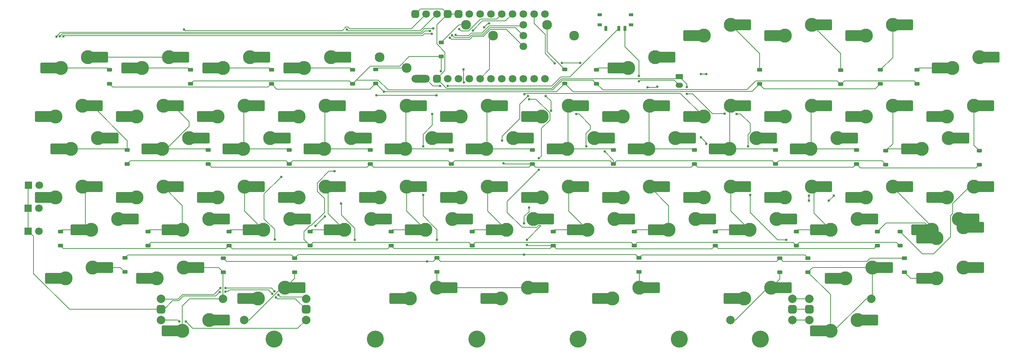
<source format=gbl>
G04 #@! TF.GenerationSoftware,KiCad,Pcbnew,7.0.11-7.0.11~ubuntu22.04.1*
G04 #@! TF.CreationDate,2024-06-29T22:10:39+02:00*
G04 #@! TF.ProjectId,vorona-pcb,766f726f-6e61-42d7-9063-622e6b696361,rev?*
G04 #@! TF.SameCoordinates,Original*
G04 #@! TF.FileFunction,Copper,L2,Bot*
G04 #@! TF.FilePolarity,Positive*
%FSLAX46Y46*%
G04 Gerber Fmt 4.6, Leading zero omitted, Abs format (unit mm)*
G04 Created by KiCad (PCBNEW 7.0.11-7.0.11~ubuntu22.04.1) date 2024-06-29 22:10:39*
%MOMM*%
%LPD*%
G01*
G04 APERTURE LIST*
G04 Aperture macros list*
%AMRoundRect*
0 Rectangle with rounded corners*
0 $1 Rounding radius*
0 $2 $3 $4 $5 $6 $7 $8 $9 X,Y pos of 4 corners*
0 Add a 4 corners polygon primitive as box body*
4,1,4,$2,$3,$4,$5,$6,$7,$8,$9,$2,$3,0*
0 Add four circle primitives for the rounded corners*
1,1,$1+$1,$2,$3*
1,1,$1+$1,$4,$5*
1,1,$1+$1,$6,$7*
1,1,$1+$1,$8,$9*
0 Add four rect primitives between the rounded corners*
20,1,$1+$1,$2,$3,$4,$5,0*
20,1,$1+$1,$4,$5,$6,$7,0*
20,1,$1+$1,$6,$7,$8,$9,0*
20,1,$1+$1,$8,$9,$2,$3,0*%
G04 Aperture macros list end*
G04 #@! TA.AperFunction,ComponentPad*
%ADD10C,3.300000*%
G04 #@! TD*
G04 #@! TA.AperFunction,SMDPad,CuDef*
%ADD11R,1.650000X2.500000*%
G04 #@! TD*
G04 #@! TA.AperFunction,SMDPad,CuDef*
%ADD12RoundRect,0.250000X1.025000X1.000000X-1.025000X1.000000X-1.025000X-1.000000X1.025000X-1.000000X0*%
G04 #@! TD*
G04 #@! TA.AperFunction,ComponentPad*
%ADD13R,1.800000X1.800000*%
G04 #@! TD*
G04 #@! TA.AperFunction,ComponentPad*
%ADD14C,1.800000*%
G04 #@! TD*
G04 #@! TA.AperFunction,SMDPad,CuDef*
%ADD15RoundRect,0.250000X-1.025000X-1.000000X1.025000X-1.000000X1.025000X1.000000X-1.025000X1.000000X0*%
G04 #@! TD*
G04 #@! TA.AperFunction,ComponentPad*
%ADD16RoundRect,0.450000X-0.450000X0.450000X-0.450000X-0.450000X0.450000X-0.450000X0.450000X0.450000X0*%
G04 #@! TD*
G04 #@! TA.AperFunction,ComponentPad*
%ADD17O,4.340000X1.800000*%
G04 #@! TD*
G04 #@! TA.AperFunction,ComponentPad*
%ADD18C,2.000000*%
G04 #@! TD*
G04 #@! TA.AperFunction,ComponentPad*
%ADD19RoundRect,0.500000X-0.500000X-0.500000X0.500000X-0.500000X0.500000X0.500000X-0.500000X0.500000X0*%
G04 #@! TD*
G04 #@! TA.AperFunction,ComponentPad*
%ADD20RoundRect,0.500000X0.500000X0.500000X-0.500000X0.500000X-0.500000X-0.500000X0.500000X-0.500000X0*%
G04 #@! TD*
G04 #@! TA.AperFunction,SMDPad,CuDef*
%ADD21RoundRect,0.090000X-0.210000X-0.535000X0.210000X-0.535000X0.210000X0.535000X-0.210000X0.535000X0*%
G04 #@! TD*
G04 #@! TA.AperFunction,SMDPad,CuDef*
%ADD22RoundRect,0.105000X-0.445000X0.245000X-0.445000X-0.245000X0.445000X-0.245000X0.445000X0.245000X0*%
G04 #@! TD*
G04 #@! TA.AperFunction,SMDPad,CuDef*
%ADD23RoundRect,0.225000X-0.375000X0.225000X-0.375000X-0.225000X0.375000X-0.225000X0.375000X0.225000X0*%
G04 #@! TD*
G04 #@! TA.AperFunction,SMDPad,CuDef*
%ADD24RoundRect,0.225000X0.375000X-0.225000X0.375000X0.225000X-0.375000X0.225000X-0.375000X-0.225000X0*%
G04 #@! TD*
G04 #@! TA.AperFunction,ComponentPad*
%ADD25C,2.300000*%
G04 #@! TD*
G04 #@! TA.AperFunction,ComponentPad*
%ADD26C,4.000000*%
G04 #@! TD*
G04 #@! TA.AperFunction,ComponentPad*
%ADD27O,1.750000X1.200000*%
G04 #@! TD*
G04 #@! TA.AperFunction,ComponentPad*
%ADD28RoundRect,0.250000X-0.625000X0.350000X-0.625000X-0.350000X0.625000X-0.350000X0.625000X0.350000X0*%
G04 #@! TD*
G04 #@! TA.AperFunction,ViaPad*
%ADD29C,0.600000*%
G04 #@! TD*
G04 #@! TA.AperFunction,Conductor*
%ADD30C,0.200000*%
G04 #@! TD*
G04 APERTURE END LIST*
D10*
X237883750Y-79610000D03*
D11*
X236058750Y-79610000D03*
D12*
X234333750Y-79610000D03*
X247783750Y-77070000D03*
D11*
X246033750Y-77070000D03*
D10*
X244233750Y-77070000D03*
X237883750Y-89135000D03*
D11*
X236058750Y-89135000D03*
D12*
X234333750Y-89135000D03*
X247783750Y-86595000D03*
D11*
X246033750Y-86595000D03*
D10*
X244233750Y-86595000D03*
D13*
X24355000Y-78020000D03*
D14*
X26895000Y-78020000D03*
D13*
X24345000Y-72630000D03*
D14*
X26885000Y-72630000D03*
D13*
X24365000Y-67230000D03*
D14*
X26905000Y-67230000D03*
D10*
X219310000Y-98977500D03*
D11*
X221135000Y-98977500D03*
D15*
X222860000Y-98977500D03*
X209410000Y-101517500D03*
D11*
X211160000Y-101517500D03*
D10*
X212960000Y-101517500D03*
X135490000Y-93897500D03*
D11*
X133665000Y-93897500D03*
D12*
X131940000Y-93897500D03*
X145390000Y-91357500D03*
D11*
X143640000Y-91357500D03*
D10*
X141840000Y-91357500D03*
X66910000Y-98977500D03*
D11*
X68735000Y-98977500D03*
D15*
X70460000Y-98977500D03*
X57010000Y-101517500D03*
D11*
X58760000Y-101517500D03*
D10*
X60560000Y-101517500D03*
X192640000Y-93897500D03*
D11*
X190815000Y-93897500D03*
D12*
X189090000Y-93897500D03*
X202540000Y-91357500D03*
D11*
X200790000Y-91357500D03*
D10*
X198990000Y-91357500D03*
X161683750Y-93897500D03*
D11*
X159858750Y-93897500D03*
D12*
X158133750Y-93897500D03*
X171583750Y-91357500D03*
D11*
X169833750Y-91357500D03*
D10*
X168033750Y-91357500D03*
X114058750Y-93897500D03*
D11*
X112233750Y-93897500D03*
D12*
X110508750Y-93897500D03*
X123958750Y-91357500D03*
D11*
X122208750Y-91357500D03*
D10*
X120408750Y-91357500D03*
X78340000Y-93897500D03*
D11*
X76515000Y-93897500D03*
D12*
X74790000Y-93897500D03*
X88240000Y-91357500D03*
D11*
X86490000Y-91357500D03*
D10*
X84690000Y-91357500D03*
X216452500Y-89135000D03*
D11*
X214627500Y-89135000D03*
D12*
X212902500Y-89135000D03*
X226352500Y-86595000D03*
D11*
X224602500Y-86595000D03*
D10*
X222802500Y-86595000D03*
X54527500Y-89135000D03*
D11*
X52702500Y-89135000D03*
D12*
X50977500Y-89135000D03*
X64427500Y-86595000D03*
D11*
X62677500Y-86595000D03*
D10*
X60877500Y-86595000D03*
X33096250Y-89135000D03*
D11*
X31271250Y-89135000D03*
D12*
X29546250Y-89135000D03*
X42996250Y-86595000D03*
D11*
X41246250Y-86595000D03*
D10*
X39446250Y-86595000D03*
X243122500Y-75165000D03*
D11*
X244947500Y-75165000D03*
D15*
X246672500Y-75165000D03*
X233222500Y-77705000D03*
D11*
X234972500Y-77705000D03*
D10*
X236772500Y-77705000D03*
X219310000Y-75165000D03*
D11*
X221135000Y-75165000D03*
D15*
X222860000Y-75165000D03*
X209410000Y-77705000D03*
D11*
X211160000Y-77705000D03*
D10*
X212960000Y-77705000D03*
X200260000Y-75165000D03*
D11*
X202085000Y-75165000D03*
D15*
X203810000Y-75165000D03*
X190360000Y-77705000D03*
D11*
X192110000Y-77705000D03*
D10*
X193910000Y-77705000D03*
X181210000Y-75165000D03*
D11*
X183035000Y-75165000D03*
D15*
X184760000Y-75165000D03*
X171310000Y-77705000D03*
D11*
X173060000Y-77705000D03*
D10*
X174860000Y-77705000D03*
X162160000Y-75165000D03*
D11*
X163985000Y-75165000D03*
D15*
X165710000Y-75165000D03*
X152260000Y-77705000D03*
D11*
X154010000Y-77705000D03*
D10*
X155810000Y-77705000D03*
X143110000Y-75165000D03*
D11*
X144935000Y-75165000D03*
D15*
X146660000Y-75165000D03*
X133210000Y-77705000D03*
D11*
X134960000Y-77705000D03*
D10*
X136760000Y-77705000D03*
X124060000Y-75165000D03*
D11*
X125885000Y-75165000D03*
D15*
X127610000Y-75165000D03*
X114160000Y-77705000D03*
D11*
X115910000Y-77705000D03*
D10*
X117710000Y-77705000D03*
X105010000Y-75165000D03*
D11*
X106835000Y-75165000D03*
D15*
X108560000Y-75165000D03*
X95110000Y-77705000D03*
D11*
X96860000Y-77705000D03*
D10*
X98660000Y-77705000D03*
X85960000Y-75165000D03*
D11*
X87785000Y-75165000D03*
D15*
X89510000Y-75165000D03*
X76060000Y-77705000D03*
D11*
X77810000Y-77705000D03*
D10*
X79610000Y-77705000D03*
X66910000Y-75165000D03*
D11*
X68735000Y-75165000D03*
D15*
X70460000Y-75165000D03*
X57010000Y-77705000D03*
D11*
X58760000Y-77705000D03*
D10*
X60560000Y-77705000D03*
X45478750Y-75165000D03*
D11*
X47303750Y-75165000D03*
D15*
X49028750Y-75165000D03*
X35578750Y-77705000D03*
D11*
X37328750Y-77705000D03*
D10*
X39128750Y-77705000D03*
X240265000Y-70085000D03*
D11*
X238440000Y-70085000D03*
D12*
X236715000Y-70085000D03*
X250165000Y-67545000D03*
D11*
X248415000Y-67545000D03*
D10*
X246615000Y-67545000D03*
X221215000Y-70085000D03*
D11*
X219390000Y-70085000D03*
D12*
X217665000Y-70085000D03*
X231115000Y-67545000D03*
D11*
X229365000Y-67545000D03*
D10*
X227565000Y-67545000D03*
X202165000Y-70085000D03*
D11*
X200340000Y-70085000D03*
D12*
X198615000Y-70085000D03*
X212065000Y-67545000D03*
D11*
X210315000Y-67545000D03*
D10*
X208515000Y-67545000D03*
X183115000Y-70085000D03*
D11*
X181290000Y-70085000D03*
D12*
X179565000Y-70085000D03*
X193015000Y-67545000D03*
D11*
X191265000Y-67545000D03*
D10*
X189465000Y-67545000D03*
X164065000Y-70085000D03*
D11*
X162240000Y-70085000D03*
D12*
X160515000Y-70085000D03*
X173965000Y-67545000D03*
D11*
X172215000Y-67545000D03*
D10*
X170415000Y-67545000D03*
X145015000Y-70085000D03*
D11*
X143190000Y-70085000D03*
D12*
X141465000Y-70085000D03*
X154915000Y-67545000D03*
D11*
X153165000Y-67545000D03*
D10*
X151365000Y-67545000D03*
X125965000Y-70085000D03*
D11*
X124140000Y-70085000D03*
D12*
X122415000Y-70085000D03*
X135865000Y-67545000D03*
D11*
X134115000Y-67545000D03*
D10*
X132315000Y-67545000D03*
X106915000Y-70085000D03*
D11*
X105090000Y-70085000D03*
D12*
X103365000Y-70085000D03*
X116815000Y-67545000D03*
D11*
X115065000Y-67545000D03*
D10*
X113265000Y-67545000D03*
X87865000Y-70085000D03*
D11*
X86040000Y-70085000D03*
D12*
X84315000Y-70085000D03*
X97765000Y-67545000D03*
D11*
X96015000Y-67545000D03*
D10*
X94215000Y-67545000D03*
X68815000Y-70085000D03*
D11*
X66990000Y-70085000D03*
D12*
X65265000Y-70085000D03*
X78715000Y-67545000D03*
D11*
X76965000Y-67545000D03*
D10*
X75165000Y-67545000D03*
X49765000Y-70085000D03*
D11*
X47940000Y-70085000D03*
D12*
X46215000Y-70085000D03*
X59665000Y-67545000D03*
D11*
X57915000Y-67545000D03*
D10*
X56115000Y-67545000D03*
X30715000Y-70085000D03*
D11*
X28890000Y-70085000D03*
D12*
X27165000Y-70085000D03*
X40615000Y-67545000D03*
D11*
X38865000Y-67545000D03*
D10*
X37065000Y-67545000D03*
X240741250Y-56115000D03*
D11*
X242566250Y-56115000D03*
D15*
X244291250Y-56115000D03*
X230841250Y-58655000D03*
D11*
X232591250Y-58655000D03*
D10*
X234391250Y-58655000D03*
X214547500Y-56115000D03*
D11*
X216372500Y-56115000D03*
D15*
X218097500Y-56115000D03*
X204647500Y-58655000D03*
D11*
X206397500Y-58655000D03*
D10*
X208197500Y-58655000D03*
X195497500Y-56115000D03*
D11*
X197322500Y-56115000D03*
D15*
X199047500Y-56115000D03*
X185597500Y-58655000D03*
D11*
X187347500Y-58655000D03*
D10*
X189147500Y-58655000D03*
X176447500Y-56115000D03*
D11*
X178272500Y-56115000D03*
D15*
X179997500Y-56115000D03*
X166547500Y-58655000D03*
D11*
X168297500Y-58655000D03*
D10*
X170097500Y-58655000D03*
X157397500Y-56115000D03*
D11*
X159222500Y-56115000D03*
D15*
X160947500Y-56115000D03*
X147497500Y-58655000D03*
D11*
X149247500Y-58655000D03*
D10*
X151047500Y-58655000D03*
X138347500Y-56115000D03*
D11*
X140172500Y-56115000D03*
D15*
X141897500Y-56115000D03*
X128447500Y-58655000D03*
D11*
X130197500Y-58655000D03*
D10*
X131997500Y-58655000D03*
X119297500Y-56115000D03*
D11*
X121122500Y-56115000D03*
D15*
X122847500Y-56115000D03*
X109397500Y-58655000D03*
D11*
X111147500Y-58655000D03*
D10*
X112947500Y-58655000D03*
X100247500Y-56115000D03*
D11*
X102072500Y-56115000D03*
D15*
X103797500Y-56115000D03*
X90347500Y-58655000D03*
D11*
X92097500Y-58655000D03*
D10*
X93897500Y-58655000D03*
X81197500Y-56115000D03*
D11*
X83022500Y-56115000D03*
D15*
X84747500Y-56115000D03*
X71297500Y-58655000D03*
D11*
X73047500Y-58655000D03*
D10*
X74847500Y-58655000D03*
X62147500Y-56115000D03*
D11*
X63972500Y-56115000D03*
D15*
X65697500Y-56115000D03*
X52247500Y-58655000D03*
D11*
X53997500Y-58655000D03*
D10*
X55797500Y-58655000D03*
X40716250Y-56115000D03*
D11*
X42541250Y-56115000D03*
D15*
X44266250Y-56115000D03*
X30816250Y-58655000D03*
D11*
X32566250Y-58655000D03*
D10*
X34366250Y-58655000D03*
X240265000Y-51035000D03*
D11*
X238440000Y-51035000D03*
D12*
X236715000Y-51035000D03*
X250165000Y-48495000D03*
D11*
X248415000Y-48495000D03*
D10*
X246615000Y-48495000D03*
X221215000Y-51035000D03*
D11*
X219390000Y-51035000D03*
D12*
X217665000Y-51035000D03*
X231115000Y-48495000D03*
D11*
X229365000Y-48495000D03*
D10*
X227565000Y-48495000D03*
X202165000Y-51035000D03*
D11*
X200340000Y-51035000D03*
D12*
X198615000Y-51035000D03*
X212065000Y-48495000D03*
D11*
X210315000Y-48495000D03*
D10*
X208515000Y-48495000D03*
X183115000Y-51035000D03*
D11*
X181290000Y-51035000D03*
D12*
X179565000Y-51035000D03*
X193015000Y-48495000D03*
D11*
X191265000Y-48495000D03*
D10*
X189465000Y-48495000D03*
X164065000Y-51035000D03*
D11*
X162240000Y-51035000D03*
D12*
X160515000Y-51035000D03*
X173965000Y-48495000D03*
D11*
X172215000Y-48495000D03*
D10*
X170415000Y-48495000D03*
X145015000Y-51035000D03*
D11*
X143190000Y-51035000D03*
D12*
X141465000Y-51035000D03*
X154915000Y-48495000D03*
D11*
X153165000Y-48495000D03*
D10*
X151365000Y-48495000D03*
X125965000Y-51035000D03*
D11*
X124140000Y-51035000D03*
D12*
X122415000Y-51035000D03*
X135865000Y-48495000D03*
D11*
X134115000Y-48495000D03*
D10*
X132315000Y-48495000D03*
X106915000Y-51035000D03*
D11*
X105090000Y-51035000D03*
D12*
X103365000Y-51035000D03*
X116815000Y-48495000D03*
D11*
X115065000Y-48495000D03*
D10*
X113265000Y-48495000D03*
X87865000Y-51035000D03*
D11*
X86040000Y-51035000D03*
D12*
X84315000Y-51035000D03*
X97765000Y-48495000D03*
D11*
X96015000Y-48495000D03*
D10*
X94215000Y-48495000D03*
X68815000Y-51035000D03*
D11*
X66990000Y-51035000D03*
D12*
X65265000Y-51035000D03*
X78715000Y-48495000D03*
D11*
X76965000Y-48495000D03*
D10*
X75165000Y-48495000D03*
X49765000Y-51035000D03*
D11*
X47940000Y-51035000D03*
D12*
X46215000Y-51035000D03*
X59665000Y-48495000D03*
D11*
X57915000Y-48495000D03*
D10*
X56115000Y-48495000D03*
X30715000Y-51035000D03*
D11*
X28890000Y-51035000D03*
D12*
X27165000Y-51035000D03*
X40615000Y-48495000D03*
D11*
X38865000Y-48495000D03*
D10*
X37065000Y-48495000D03*
X247885000Y-37065000D03*
D11*
X249710000Y-37065000D03*
D15*
X251435000Y-37065000D03*
X237985000Y-39605000D03*
D11*
X239735000Y-39605000D03*
D10*
X241535000Y-39605000D03*
X221215000Y-31985000D03*
D11*
X219390000Y-31985000D03*
D12*
X217665000Y-31985000D03*
X231115000Y-29445000D03*
D11*
X229365000Y-29445000D03*
D10*
X227565000Y-29445000D03*
X202165000Y-31985000D03*
D11*
X200340000Y-31985000D03*
D12*
X198615000Y-31985000D03*
X212065000Y-29445000D03*
D11*
X210315000Y-29445000D03*
D10*
X208515000Y-29445000D03*
X183115000Y-31985000D03*
D11*
X181290000Y-31985000D03*
D12*
X179565000Y-31985000D03*
X193015000Y-29445000D03*
D11*
X191265000Y-29445000D03*
D10*
X189465000Y-29445000D03*
X171685000Y-37065000D03*
D11*
X173510000Y-37065000D03*
D15*
X175235000Y-37065000D03*
X161785000Y-39605000D03*
D11*
X163535000Y-39605000D03*
D10*
X165335000Y-39605000D03*
X95485000Y-37065000D03*
D11*
X97310000Y-37065000D03*
D15*
X99035000Y-37065000D03*
X85585000Y-39605000D03*
D11*
X87335000Y-39605000D03*
D10*
X89135000Y-39605000D03*
X76435000Y-37065000D03*
D11*
X78260000Y-37065000D03*
D15*
X79985000Y-37065000D03*
X66535000Y-39605000D03*
D11*
X68285000Y-39605000D03*
D10*
X70085000Y-39605000D03*
X57385000Y-37065000D03*
D11*
X59210000Y-37065000D03*
D15*
X60935000Y-37065000D03*
X47485000Y-39605000D03*
D11*
X49235000Y-39605000D03*
D10*
X51035000Y-39605000D03*
X38335000Y-37065000D03*
D11*
X40160000Y-37065000D03*
D15*
X41885000Y-37065000D03*
X28435000Y-39605000D03*
D11*
X30185000Y-39605000D03*
D10*
X31985000Y-39605000D03*
D14*
X117850000Y-26890000D03*
X120390000Y-26890000D03*
D16*
X122930000Y-26890000D03*
X125470000Y-26890000D03*
D14*
X128010000Y-26890000D03*
X130550000Y-26890000D03*
X133090000Y-26890000D03*
X135630000Y-26890000D03*
X138170000Y-26890000D03*
X140710000Y-26890000D03*
X143250000Y-26890000D03*
X145790000Y-26890000D03*
D17*
X116580000Y-42130000D03*
D16*
X120390000Y-42130000D03*
D14*
X122930000Y-42130000D03*
X125470000Y-42130000D03*
X128010000Y-42130000D03*
X130550000Y-42130000D03*
X133090000Y-42130000D03*
X135630000Y-42130000D03*
X138170000Y-42130000D03*
X140710000Y-42130000D03*
X143250000Y-42130000D03*
X145790000Y-42130000D03*
X140710000Y-29430000D03*
X140710000Y-31970000D03*
X140710000Y-34510000D03*
D16*
X115310000Y-26890000D03*
D14*
X115310000Y-42130000D03*
D18*
X208000000Y-98940000D03*
X208000000Y-93940000D03*
D19*
X208000000Y-96440000D03*
D18*
X222500000Y-93940000D03*
X222500000Y-98940000D03*
X203950000Y-98930000D03*
X203950000Y-93930000D03*
D20*
X203950000Y-96430000D03*
D18*
X189450000Y-98930000D03*
X189450000Y-93930000D03*
X89650000Y-93940000D03*
X89650000Y-98940000D03*
D20*
X89650000Y-96440000D03*
D18*
X75150000Y-98940000D03*
X75150000Y-93940000D03*
X55600000Y-93940000D03*
X55600000Y-98940000D03*
D19*
X55600000Y-96440000D03*
D18*
X70100000Y-93940000D03*
X70100000Y-98940000D03*
D21*
X160140000Y-30250000D03*
X164640000Y-30250000D03*
X163140000Y-30250000D03*
D22*
X166090000Y-29400000D03*
X166090000Y-27100000D03*
X158690000Y-29400000D03*
X158690000Y-27100000D03*
D23*
X201010000Y-84380000D03*
X201010000Y-87680000D03*
X167910000Y-84290000D03*
X167910000Y-87590000D03*
X120410000Y-84272500D03*
X120410000Y-87572500D03*
X86950000Y-84380000D03*
X86950000Y-87680000D03*
X230280000Y-84372500D03*
X230280000Y-87672500D03*
X207660000Y-84380000D03*
X207660000Y-87680000D03*
X70210000Y-84410000D03*
X70210000Y-87710000D03*
X47080000Y-84342500D03*
X47080000Y-87642500D03*
D24*
X229280000Y-81437500D03*
X229280000Y-78137500D03*
X223920000Y-81387500D03*
X223920000Y-78087500D03*
X204870000Y-81387500D03*
X204870000Y-78087500D03*
X185820000Y-81387500D03*
X185820000Y-78087500D03*
X166770000Y-81387500D03*
X166770000Y-78087500D03*
X147720000Y-81387500D03*
X147720000Y-78087500D03*
X128670000Y-81387500D03*
X128670000Y-78087500D03*
X109620000Y-81387500D03*
X109620000Y-78087500D03*
X90570000Y-81387500D03*
X90570000Y-78087500D03*
X71520000Y-81387500D03*
X71520000Y-78087500D03*
X52470000Y-81387500D03*
X52470000Y-78087500D03*
X31900000Y-81397500D03*
X31900000Y-78097500D03*
X247890000Y-62397500D03*
X247890000Y-59097500D03*
X225950000Y-62357500D03*
X225950000Y-59057500D03*
X219080000Y-62220000D03*
X219080000Y-58920000D03*
X200030000Y-62220000D03*
X200030000Y-58920000D03*
X180980000Y-62220000D03*
X180980000Y-58920000D03*
X161930000Y-62220000D03*
X161930000Y-58920000D03*
X142880000Y-62220000D03*
X142880000Y-58920000D03*
X123830000Y-62220000D03*
X123830000Y-58920000D03*
X104780000Y-62220000D03*
X104780000Y-58920000D03*
X85730000Y-62220000D03*
X85730000Y-58920000D03*
X66680000Y-62220000D03*
X66680000Y-58920000D03*
X47630000Y-62220000D03*
X47630000Y-58920000D03*
X233270000Y-43320000D03*
X233270000Y-40020000D03*
X224630000Y-43357500D03*
X224630000Y-40057500D03*
X215320000Y-43427500D03*
X215320000Y-40127500D03*
X196250000Y-43357500D03*
X196250000Y-40057500D03*
X157910000Y-43297500D03*
X157910000Y-39997500D03*
X150450000Y-43250000D03*
X150450000Y-39950000D03*
X121410000Y-36917500D03*
X121410000Y-33617500D03*
X106010000Y-43210000D03*
X106010000Y-39910000D03*
X100560000Y-43357500D03*
X100560000Y-40057500D03*
X81510000Y-43357500D03*
X81510000Y-40057500D03*
X62460000Y-43357500D03*
X62460000Y-40057500D03*
X43410000Y-43357500D03*
X43410000Y-40057500D03*
D25*
X152635000Y-31985000D03*
X146285000Y-29445000D03*
X133585000Y-31985000D03*
X127235000Y-29445000D03*
X106915000Y-37065000D03*
X113265000Y-39605000D03*
D26*
X196450000Y-103422500D03*
X82150000Y-103422500D03*
X177400000Y-103422500D03*
X153587500Y-103422500D03*
X129775000Y-103422500D03*
X105962500Y-103422500D03*
D27*
X177380000Y-43640000D03*
D28*
X177380000Y-41640000D03*
D29*
X213710000Y-69681100D03*
X212530000Y-70881100D03*
X183715000Y-41080000D03*
X182515000Y-41060000D03*
X149759265Y-38410735D03*
X148130735Y-38479265D03*
X182515000Y-55970000D03*
X183715000Y-57440000D03*
X202530000Y-80037500D03*
X172240000Y-43970000D03*
X169965735Y-44200000D03*
X194110000Y-69485000D03*
X154135735Y-38405735D03*
X97910000Y-71500000D03*
X128870000Y-30781100D03*
X101110000Y-80037500D03*
X83854265Y-65225735D03*
X82320000Y-79980000D03*
X125660000Y-30480000D03*
X120430000Y-80037500D03*
X119330000Y-50435000D03*
X117160000Y-58055000D03*
X131479744Y-30059744D03*
X117160000Y-69485000D03*
X126680000Y-39930000D03*
X126740000Y-43000000D03*
X132718900Y-29135015D03*
X118140000Y-85130000D03*
X142070000Y-72450000D03*
X140920000Y-76180000D03*
X140910000Y-83522500D03*
X96390000Y-63875735D03*
X147243530Y-49655000D03*
X159830000Y-59255000D03*
X153150000Y-50435000D03*
X155510000Y-58055000D03*
X146020000Y-46200000D03*
X144415000Y-60870000D03*
X141580000Y-81237500D03*
X142130000Y-46930732D03*
X141590000Y-80037500D03*
X144415000Y-63570000D03*
X136090000Y-62070000D03*
X135710000Y-56715000D03*
X141800000Y-46200000D03*
X141000000Y-45800000D03*
X60950000Y-30580000D03*
X99270000Y-30580000D03*
X121330735Y-40330000D03*
X108000000Y-45200000D03*
X30995255Y-32201387D03*
X119550000Y-30290000D03*
X124793749Y-31789024D03*
X118800000Y-30890000D03*
X123998637Y-31877350D03*
X31794874Y-32176596D03*
X123440000Y-32450000D03*
X119243761Y-31555642D03*
X32640000Y-32180000D03*
X106160000Y-46020000D03*
X94060000Y-74565000D03*
X91867500Y-76737500D03*
X120310000Y-46020000D03*
X207915000Y-69681100D03*
X179140000Y-45680000D03*
X188070000Y-50370000D03*
X207915000Y-70881100D03*
X193530000Y-58055000D03*
X179140000Y-44050000D03*
X190860000Y-50400000D03*
X167930000Y-41500000D03*
X167930000Y-42700000D03*
X121205735Y-43794265D03*
X122960000Y-43800000D03*
X70700000Y-92240003D03*
X81686411Y-92737785D03*
X69394265Y-92364265D03*
X82530707Y-93589954D03*
X69490000Y-91420000D03*
X82252098Y-92172098D03*
X83130000Y-93060000D03*
X70700000Y-91440000D03*
X61370000Y-99310000D03*
X59850000Y-99270000D03*
D30*
X70700000Y-92240003D02*
X70720003Y-92220000D01*
X70720003Y-92220000D02*
X71280000Y-92220000D01*
X71280000Y-92220000D02*
X71660000Y-91840000D01*
X71660000Y-91840000D02*
X80788626Y-91840000D01*
X80788626Y-91840000D02*
X81686411Y-92737785D01*
X69394265Y-92364265D02*
X68448530Y-93310000D01*
X58306188Y-94418900D02*
X56285088Y-96440000D01*
X68448530Y-93310000D02*
X60825686Y-93310000D01*
X60825686Y-93310000D02*
X59716786Y-94418900D01*
X59716786Y-94418900D02*
X58306188Y-94418900D01*
X56285088Y-96440000D02*
X55600000Y-96440000D01*
X141000000Y-45800000D02*
X141200000Y-45600000D01*
X141200000Y-45600000D02*
X177680000Y-45600000D01*
X177680000Y-45600000D02*
X183115000Y-51035000D01*
X119243761Y-31555642D02*
X117421415Y-31555642D01*
X116997057Y-31980000D02*
X32840000Y-31980000D01*
X117421415Y-31555642D02*
X116997057Y-31980000D01*
X32840000Y-31980000D02*
X32640000Y-32180000D01*
X118800000Y-30890000D02*
X117521372Y-30890000D01*
X117521372Y-30890000D02*
X116831372Y-31580000D01*
X116831372Y-31580000D02*
X32391470Y-31580000D01*
X32391470Y-31580000D02*
X31794874Y-32176596D01*
X119550000Y-30290000D02*
X117555686Y-30290000D01*
X117555686Y-30290000D02*
X116665686Y-31180000D01*
X116665686Y-31180000D02*
X31942941Y-31180000D01*
X31942941Y-31180000D02*
X30995255Y-32127686D01*
X30995255Y-32127686D02*
X30995255Y-32201387D01*
X141800000Y-46200000D02*
X139890000Y-48110000D01*
X139890000Y-51537275D02*
X135710000Y-55717275D01*
X139890000Y-48110000D02*
X139890000Y-51537275D01*
X135710000Y-55717275D02*
X135710000Y-56715000D01*
X142130000Y-46930732D02*
X143670732Y-46930732D01*
X143670732Y-46930732D02*
X146965000Y-50225000D01*
X146965000Y-50225000D02*
X146965000Y-51842717D01*
X146965000Y-51842717D02*
X144970000Y-53837717D01*
X144970000Y-53837717D02*
X144970000Y-60315000D01*
X144970000Y-60315000D02*
X144415000Y-60870000D01*
X125660000Y-30480000D02*
X126080000Y-30900000D01*
X134430000Y-28090000D02*
X135630000Y-26890000D01*
X130640610Y-28090000D02*
X134430000Y-28090000D01*
X127830610Y-30900000D02*
X130640610Y-28090000D01*
X126080000Y-30900000D02*
X127830610Y-30900000D01*
X82320000Y-79980000D02*
X82320000Y-77657283D01*
X83844009Y-65225735D02*
X83854265Y-65225735D01*
X82320000Y-77657283D02*
X79806100Y-75143383D01*
X79806100Y-75143383D02*
X79806100Y-69263644D01*
X79806100Y-69263644D02*
X83844009Y-65225735D01*
X172240000Y-43970000D02*
X172010000Y-44200000D01*
X172010000Y-44200000D02*
X169965735Y-44200000D01*
X189450000Y-98930000D02*
X190642725Y-98930000D01*
X190642725Y-98930000D02*
X198215225Y-91357500D01*
X198215225Y-91357500D02*
X198990000Y-91357500D01*
X182515000Y-41060000D02*
X183695000Y-41060000D01*
X213710000Y-69681100D02*
X213710000Y-69701100D01*
X213710000Y-69701100D02*
X212530000Y-70881100D01*
X183695000Y-41060000D02*
X183715000Y-41080000D01*
X183715000Y-57440000D02*
X183715000Y-57170000D01*
X183715000Y-57170000D02*
X182515000Y-55970000D01*
X194110000Y-69485000D02*
X194106100Y-69488900D01*
X194106100Y-69488900D02*
X194106100Y-73676100D01*
X194106100Y-73676100D02*
X200467500Y-80037500D01*
X200467500Y-80037500D02*
X202530000Y-80037500D01*
X145885000Y-31745000D02*
X145885000Y-36233530D01*
X154130735Y-38410735D02*
X154135735Y-38405735D01*
X143250000Y-29110000D02*
X145885000Y-31745000D01*
X149759265Y-38410735D02*
X154130735Y-38410735D01*
X143250000Y-26890000D02*
X143250000Y-29110000D01*
X145885000Y-36233530D02*
X148130735Y-38479265D01*
X94018900Y-73595875D02*
X90899775Y-76715000D01*
X89150000Y-78158804D02*
X89150000Y-79967500D01*
X92265000Y-66665000D02*
X92265000Y-68605000D01*
X90593804Y-76715000D02*
X89150000Y-78158804D01*
X94018900Y-70358900D02*
X94018900Y-73595875D01*
X95054265Y-63875735D02*
X92265000Y-66665000D01*
X89150000Y-79967500D02*
X90570000Y-81387500D01*
X96390000Y-63875735D02*
X95054265Y-63875735D01*
X92265000Y-68605000D02*
X94018900Y-70358900D01*
X90899775Y-76715000D02*
X90593804Y-76715000D01*
X138170000Y-26890000D02*
X136524985Y-28535015D01*
X97980000Y-74267283D02*
X101110000Y-77397283D01*
X97910000Y-71500000D02*
X97980000Y-71570000D01*
X97980000Y-71570000D02*
X97980000Y-74267283D01*
X101110000Y-77397283D02*
X101110000Y-80037500D01*
X136524985Y-28535015D02*
X131116085Y-28535015D01*
X131116085Y-28535015D02*
X128870000Y-30781100D01*
X117160000Y-55250088D02*
X117160000Y-58055000D01*
X126680000Y-42940000D02*
X126740000Y-43000000D01*
X132404473Y-29135015D02*
X131479744Y-30059744D01*
X118140000Y-85130000D02*
X119552500Y-85130000D01*
X119330000Y-50435000D02*
X119330000Y-53080088D01*
X120430000Y-77667283D02*
X120430000Y-80037500D01*
X117160000Y-74397283D02*
X120430000Y-77667283D01*
X126680000Y-39930000D02*
X126680000Y-42940000D01*
X117160000Y-69485000D02*
X117160000Y-74397283D01*
X132718900Y-29135015D02*
X132404473Y-29135015D01*
X119330000Y-53080088D02*
X117160000Y-55250088D01*
X70930000Y-85130000D02*
X118140000Y-85130000D01*
X142070000Y-73447283D02*
X140920000Y-74597283D01*
X142070000Y-72450000D02*
X142070000Y-73447283D01*
X140920000Y-74597283D02*
X140920000Y-76180000D01*
X87807500Y-83522500D02*
X140910000Y-83522500D01*
X140910000Y-83522500D02*
X167142500Y-83522500D01*
X94215000Y-67545000D02*
X94820000Y-68150000D01*
X94820000Y-68150000D02*
X94820000Y-73865000D01*
X94820000Y-73865000D02*
X98660000Y-77705000D01*
X91867500Y-76737500D02*
X91887500Y-76737500D01*
X91887500Y-76737500D02*
X94060000Y-74565000D01*
X161930000Y-61355000D02*
X159830000Y-59255000D01*
X155447500Y-57992500D02*
X155447500Y-55029775D01*
X156490000Y-53110000D02*
X153815000Y-50435000D01*
X147243530Y-49655000D02*
X147243530Y-47423530D01*
X156490000Y-53987275D02*
X156490000Y-53110000D01*
X147243530Y-47423530D02*
X146020000Y-46200000D01*
X155447500Y-55029775D02*
X156490000Y-53987275D01*
X161930000Y-62220000D02*
X161930000Y-61355000D01*
X155510000Y-58055000D02*
X155447500Y-57992500D01*
X153815000Y-50435000D02*
X153150000Y-50435000D01*
X136956100Y-71028900D02*
X144415000Y-63570000D01*
X144317717Y-76715000D02*
X143917717Y-77115000D01*
X141730000Y-81387500D02*
X141580000Y-81237500D01*
X144912500Y-76715000D02*
X144317717Y-76715000D01*
X143917717Y-77115000D02*
X140475225Y-77115000D01*
X141590000Y-80037500D02*
X144912500Y-76715000D01*
X140475225Y-77115000D02*
X136956100Y-73595875D01*
X136956100Y-73595875D02*
X136956100Y-71028900D01*
X147720000Y-81387500D02*
X141730000Y-81387500D01*
X90570000Y-81387500D02*
X89820000Y-80637500D01*
X89820000Y-80637500D02*
X53220000Y-80637500D01*
X53220000Y-80637500D02*
X52470000Y-81387500D01*
X128670000Y-81387500D02*
X127920000Y-80637500D01*
X127920000Y-80637500D02*
X91320000Y-80637500D01*
X91320000Y-80637500D02*
X90570000Y-81387500D01*
X166770000Y-81387500D02*
X166020000Y-80637500D01*
X166020000Y-80637500D02*
X129420000Y-80637500D01*
X129420000Y-80637500D02*
X128670000Y-81387500D01*
X204870000Y-81387500D02*
X204120000Y-80637500D01*
X204120000Y-80637500D02*
X167520000Y-80637500D01*
X167520000Y-80637500D02*
X166770000Y-81387500D01*
X229280000Y-81437500D02*
X228480000Y-80637500D01*
X228480000Y-80637500D02*
X205620000Y-80637500D01*
X205620000Y-80637500D02*
X204870000Y-81387500D01*
X185820000Y-81387500D02*
X186572500Y-82140000D01*
X186572500Y-82140000D02*
X223167500Y-82140000D01*
X223167500Y-82140000D02*
X223920000Y-81387500D01*
X147720000Y-81387500D02*
X148532500Y-82200000D01*
X148532500Y-82200000D02*
X185007500Y-82200000D01*
X185007500Y-82200000D02*
X185820000Y-81387500D01*
X109620000Y-81387500D02*
X110370000Y-82137500D01*
X110370000Y-82137500D02*
X146970000Y-82137500D01*
X146970000Y-82137500D02*
X147720000Y-81387500D01*
X71520000Y-81387500D02*
X72332500Y-82200000D01*
X72332500Y-82200000D02*
X108807500Y-82200000D01*
X108807500Y-82200000D02*
X109620000Y-81387500D01*
X31900000Y-81397500D02*
X32642500Y-82140000D01*
X32642500Y-82140000D02*
X70767500Y-82140000D01*
X70767500Y-82140000D02*
X71520000Y-81387500D01*
X136090000Y-62070000D02*
X136240000Y-62220000D01*
X136240000Y-62220000D02*
X142880000Y-62220000D01*
X157910000Y-43297500D02*
X159412500Y-44800000D01*
X195352500Y-42607500D02*
X214500000Y-42607500D01*
X159412500Y-44800000D02*
X177108628Y-44800000D01*
X177108628Y-44800000D02*
X177228629Y-44680000D01*
X177228629Y-44680000D02*
X193280000Y-44680000D01*
X193280000Y-44680000D02*
X195352500Y-42607500D01*
X214500000Y-42607500D02*
X215320000Y-43427500D01*
X150450000Y-43250000D02*
X152400000Y-45200000D01*
X152400000Y-45200000D02*
X177274314Y-45200000D01*
X177274314Y-45200000D02*
X177394314Y-45080000D01*
X177394314Y-45080000D02*
X194527500Y-45080000D01*
X194527500Y-45080000D02*
X196250000Y-43357500D01*
X117850000Y-26890000D02*
X114360000Y-30380000D01*
X114360000Y-30380000D02*
X99918529Y-30380000D01*
X99918529Y-30380000D02*
X99518529Y-29980000D01*
X99518529Y-29980000D02*
X99021471Y-29980000D01*
X99021471Y-29980000D02*
X98221471Y-30780000D01*
X98221471Y-30780000D02*
X61150000Y-30780000D01*
X61150000Y-30780000D02*
X60950000Y-30580000D01*
X120390000Y-26890000D02*
X116500000Y-30780000D01*
X116500000Y-30780000D02*
X99470000Y-30780000D01*
X99470000Y-30780000D02*
X99270000Y-30580000D01*
X38335000Y-37065000D02*
X57385000Y-37065000D01*
X41885000Y-37065000D02*
X38335000Y-37065000D01*
X121410000Y-40250735D02*
X121330735Y-40330000D01*
X121410000Y-36917500D02*
X121410000Y-40250735D01*
X131335000Y-31053019D02*
X132653018Y-29735000D01*
X128472753Y-31381100D02*
X131027528Y-31381100D01*
X131335000Y-31073628D02*
X131335000Y-31053019D01*
X124994725Y-31990000D02*
X127863853Y-31990000D01*
X127863853Y-31990000D02*
X128472753Y-31381100D01*
X124793749Y-31789024D02*
X124994725Y-31990000D01*
X131027528Y-31381100D02*
X131335000Y-31073628D01*
X132653018Y-29735000D02*
X140405000Y-29735000D01*
X140405000Y-29735000D02*
X140710000Y-29430000D01*
X131193214Y-31781100D02*
X131735000Y-31239314D01*
X128029539Y-32390000D02*
X128638439Y-31781100D01*
X131735000Y-31239314D02*
X131735000Y-31218705D01*
X128638439Y-31781100D02*
X131193214Y-31781100D01*
X124511287Y-32390000D02*
X128029539Y-32390000D01*
X132818704Y-30135000D02*
X138875000Y-30135000D01*
X131735000Y-31218705D02*
X132818704Y-30135000D01*
X123998637Y-31877350D02*
X124511287Y-32390000D01*
X138875000Y-30135000D02*
X140710000Y-31970000D01*
X133585000Y-31985000D02*
X132800000Y-32770000D01*
X132800000Y-32770000D02*
X132800000Y-39880000D01*
X132800000Y-39880000D02*
X130550000Y-42130000D01*
X140710000Y-34510000D02*
X136735000Y-30535000D01*
X136735000Y-30535000D02*
X132984390Y-30535000D01*
X131358900Y-32181100D02*
X128804125Y-32181100D01*
X132984390Y-30535000D02*
X132135000Y-31384390D01*
X132135000Y-31384390D02*
X132135000Y-31405000D01*
X132135000Y-31405000D02*
X131358900Y-32181100D01*
X128804125Y-32181100D02*
X128195225Y-32790000D01*
X128195225Y-32790000D02*
X123780000Y-32790000D01*
X123780000Y-32790000D02*
X123440000Y-32450000D01*
X106010000Y-43210000D02*
X108000000Y-45200000D01*
X106160000Y-46020000D02*
X120310000Y-46020000D01*
X208515000Y-67545000D02*
X209020000Y-68050000D01*
X209020000Y-68050000D02*
X209020000Y-73765000D01*
X209020000Y-73765000D02*
X212960000Y-77705000D01*
X185207717Y-50370000D02*
X188070000Y-50370000D01*
X190860000Y-50400000D02*
X191827275Y-50400000D01*
X191827275Y-50400000D02*
X194031400Y-52604125D01*
X193530000Y-55280000D02*
X193530000Y-58055000D01*
X207915000Y-69681100D02*
X207915000Y-70881100D01*
X179140000Y-43400000D02*
X179140000Y-44050000D01*
X177380000Y-41640000D02*
X179140000Y-43400000D01*
X179140000Y-45680000D02*
X180517717Y-45680000D01*
X194031400Y-52604125D02*
X194031400Y-54778600D01*
X180517717Y-45680000D02*
X185207717Y-50370000D01*
X194031400Y-54778600D02*
X193530000Y-55280000D01*
X177380000Y-43640000D02*
X176240000Y-42500000D01*
X176240000Y-42500000D02*
X168130000Y-42500000D01*
X168130000Y-42500000D02*
X167930000Y-42700000D01*
X167930000Y-41500000D02*
X167930000Y-37894775D01*
X167930000Y-37894775D02*
X164640000Y-34604775D01*
X164640000Y-34604775D02*
X164640000Y-30250000D01*
X149685618Y-42100000D02*
X176920000Y-42100000D01*
X176920000Y-42100000D02*
X177380000Y-41640000D01*
X163140000Y-30250000D02*
X151690000Y-41700000D01*
X151690000Y-41700000D02*
X149519933Y-41700000D01*
X149519933Y-41700000D02*
X147419932Y-43800000D01*
X147419932Y-43800000D02*
X122960000Y-43800000D01*
X149685618Y-42100000D02*
X147385618Y-44400000D01*
X147385618Y-44400000D02*
X122660000Y-44400000D01*
X122660000Y-44400000D02*
X120390000Y-42130000D01*
X121205735Y-43794265D02*
X119514265Y-43794265D01*
X119514265Y-43794265D02*
X117850000Y-42130000D01*
X100560000Y-43357500D02*
X101457500Y-42460000D01*
X101457500Y-42460000D02*
X106608696Y-42460000D01*
X106608696Y-42460000D02*
X108948696Y-44800000D01*
X108948696Y-44800000D02*
X147551304Y-44800000D01*
X147551304Y-44800000D02*
X149851304Y-42500000D01*
X149851304Y-42500000D02*
X157112500Y-42500000D01*
X157112500Y-42500000D02*
X157910000Y-43297500D01*
X108000000Y-45200000D02*
X148500000Y-45200000D01*
X148500000Y-45200000D02*
X150450000Y-43250000D01*
X120390000Y-42130000D02*
X122310000Y-40210000D01*
X122310000Y-40210000D02*
X122310000Y-35866196D01*
X122310000Y-35866196D02*
X120390000Y-33946196D01*
X120390000Y-33946196D02*
X120390000Y-29430000D01*
X120390000Y-29430000D02*
X122930000Y-26890000D01*
X122930000Y-26890000D02*
X121730000Y-25690000D01*
X121730000Y-25690000D02*
X116510000Y-25690000D01*
X116510000Y-25690000D02*
X115310000Y-26890000D01*
X122930000Y-26890000D02*
X125470000Y-26890000D01*
X201010000Y-84380000D02*
X201760000Y-85130000D01*
X201760000Y-85130000D02*
X221509783Y-85130000D01*
X221509783Y-85130000D02*
X222267283Y-84372500D01*
X222267283Y-84372500D02*
X230280000Y-84372500D01*
X120410000Y-84272500D02*
X121267500Y-85130000D01*
X121267500Y-85130000D02*
X200260000Y-85130000D01*
X200260000Y-85130000D02*
X201010000Y-84380000D01*
X70210000Y-84410000D02*
X70930000Y-85130000D01*
X119552500Y-85130000D02*
X120410000Y-84272500D01*
X167910000Y-84290000D02*
X168570000Y-83630000D01*
X168570000Y-83630000D02*
X206910000Y-83630000D01*
X206910000Y-83630000D02*
X207660000Y-84380000D01*
X86950000Y-84380000D02*
X87807500Y-83522500D01*
X167142500Y-83522500D02*
X167910000Y-84290000D01*
X47080000Y-84342500D02*
X47762500Y-83660000D01*
X47762500Y-83660000D02*
X86230000Y-83660000D01*
X86230000Y-83660000D02*
X86950000Y-84380000D01*
X24345000Y-72630000D02*
X24345000Y-67250000D01*
X24345000Y-67250000D02*
X24365000Y-67230000D01*
X24355000Y-78020000D02*
X24355000Y-72640000D01*
X24355000Y-72640000D02*
X24345000Y-72630000D01*
X55600000Y-96440000D02*
X34041506Y-96440000D01*
X34041506Y-96440000D02*
X25600000Y-87998494D01*
X25600000Y-87998494D02*
X25600000Y-79265000D01*
X25600000Y-79265000D02*
X24355000Y-78020000D01*
X82530707Y-93589954D02*
X82900753Y-93960000D01*
X82900753Y-93960000D02*
X87170000Y-93960000D01*
X87170000Y-93960000D02*
X89650000Y-96440000D01*
X83130000Y-93060000D02*
X83630000Y-93560000D01*
X83630000Y-93560000D02*
X89270000Y-93560000D01*
X89270000Y-93560000D02*
X89650000Y-93940000D01*
X81520000Y-91440000D02*
X70700000Y-91440000D01*
X82252098Y-92172098D02*
X81520000Y-91440000D01*
X68000000Y-92910000D02*
X60660000Y-92910000D01*
X59551100Y-94018900D02*
X55678900Y-94018900D01*
X69490000Y-91420000D02*
X68000000Y-92910000D01*
X60660000Y-92910000D02*
X59551100Y-94018900D01*
X55678900Y-94018900D02*
X55600000Y-93940000D01*
X55600000Y-98940000D02*
X59520000Y-98940000D01*
X59520000Y-98940000D02*
X59850000Y-99270000D01*
X61370000Y-99310000D02*
X62987500Y-100927500D01*
X62987500Y-100927500D02*
X87662500Y-100927500D01*
X87662500Y-100927500D02*
X89650000Y-98940000D01*
X203950000Y-96430000D02*
X207990000Y-96430000D01*
X207990000Y-96430000D02*
X208000000Y-96440000D01*
X203950000Y-98930000D02*
X207990000Y-98930000D01*
X207990000Y-98930000D02*
X208000000Y-98940000D01*
X203950000Y-93930000D02*
X207990000Y-93930000D01*
X207990000Y-93930000D02*
X208000000Y-93940000D01*
X47365000Y-58655000D02*
X47630000Y-58920000D01*
X39455994Y-48495000D02*
X47630000Y-56669006D01*
X37065000Y-48495000D02*
X39455994Y-48495000D01*
X47630000Y-56669006D02*
X47630000Y-58920000D01*
X34366250Y-58655000D02*
X47365000Y-58655000D01*
X55797500Y-58655000D02*
X66415000Y-58655000D01*
X66415000Y-58655000D02*
X66680000Y-58920000D01*
X62192500Y-53312283D02*
X56849783Y-58655000D01*
X62192500Y-52239048D02*
X62192500Y-53312283D01*
X56849783Y-58655000D02*
X55797500Y-58655000D01*
X58448452Y-48495000D02*
X62192500Y-52239048D01*
X56115000Y-48495000D02*
X58448452Y-48495000D01*
X75165000Y-48495000D02*
X75043600Y-48616400D01*
X85465000Y-58655000D02*
X85730000Y-58920000D01*
X74847500Y-58655000D02*
X85465000Y-58655000D01*
X75043600Y-58458900D02*
X74847500Y-58655000D01*
X75043600Y-48616400D02*
X75043600Y-58458900D01*
X104515000Y-58655000D02*
X104780000Y-58920000D01*
X93897500Y-58655000D02*
X104515000Y-58655000D01*
X94215000Y-48495000D02*
X94093600Y-48616400D01*
X94093600Y-58458900D02*
X93897500Y-58655000D01*
X94093600Y-48616400D02*
X94093600Y-58458900D01*
X113265000Y-48495000D02*
X113143600Y-48616400D01*
X113143600Y-58458900D02*
X112947500Y-58655000D01*
X123565000Y-58655000D02*
X123830000Y-58920000D01*
X113143600Y-48616400D02*
X113143600Y-58458900D01*
X112947500Y-58655000D02*
X123565000Y-58655000D01*
X132193600Y-58458900D02*
X131997500Y-58655000D01*
X142615000Y-58655000D02*
X142880000Y-58920000D01*
X132193600Y-48616400D02*
X132193600Y-58458900D01*
X132315000Y-48495000D02*
X132193600Y-48616400D01*
X131997500Y-58655000D02*
X142615000Y-58655000D01*
X151243600Y-48616400D02*
X151243600Y-58458900D01*
X151243600Y-58458900D02*
X151047500Y-58655000D01*
X151047500Y-58655000D02*
X161665000Y-58655000D01*
X161665000Y-58655000D02*
X161930000Y-58920000D01*
X151365000Y-48495000D02*
X151243600Y-48616400D01*
X170293600Y-48616400D02*
X170293600Y-58458900D01*
X170097500Y-58655000D02*
X180715000Y-58655000D01*
X170415000Y-48495000D02*
X170293600Y-48616400D01*
X170293600Y-58458900D02*
X170097500Y-58655000D01*
X180715000Y-58655000D02*
X180980000Y-58920000D01*
X199765000Y-58655000D02*
X200030000Y-58920000D01*
X189268900Y-58533600D02*
X189147500Y-58655000D01*
X189147500Y-58655000D02*
X199765000Y-58655000D01*
X189268900Y-48691100D02*
X189268900Y-58533600D01*
X189465000Y-48495000D02*
X189268900Y-48691100D01*
X218815000Y-58655000D02*
X219080000Y-58920000D01*
X208393600Y-48616400D02*
X208393600Y-58458900D01*
X208393600Y-58458900D02*
X208197500Y-58655000D01*
X208197500Y-58655000D02*
X218815000Y-58655000D01*
X208515000Y-48495000D02*
X208393600Y-48616400D01*
X227565000Y-57442500D02*
X225950000Y-59057500D01*
X226352500Y-58655000D02*
X225950000Y-59057500D01*
X227565000Y-48495000D02*
X227565000Y-57442500D01*
X234391250Y-58655000D02*
X226352500Y-58655000D01*
X37813750Y-76390000D02*
X39128750Y-77705000D01*
X32292500Y-77705000D02*
X31900000Y-78097500D01*
X39128750Y-77705000D02*
X32292500Y-77705000D01*
X37813750Y-68293750D02*
X37813750Y-76390000D01*
X37065000Y-67545000D02*
X37813750Y-68293750D01*
X60560000Y-77705000D02*
X52852500Y-77705000D01*
X52852500Y-77705000D02*
X52470000Y-78087500D01*
X56115000Y-67545000D02*
X60560000Y-71990000D01*
X60560000Y-71990000D02*
X60560000Y-77705000D01*
X79610000Y-77705000D02*
X71902500Y-77705000D01*
X75165000Y-73260000D02*
X79610000Y-77705000D01*
X71902500Y-77705000D02*
X71520000Y-78087500D01*
X75165000Y-67545000D02*
X75165000Y-73260000D01*
X98660000Y-77705000D02*
X90952500Y-77705000D01*
X90952500Y-77705000D02*
X90570000Y-78087500D01*
X113265000Y-67545000D02*
X113265000Y-73260000D01*
X113265000Y-73260000D02*
X117710000Y-77705000D01*
X117710000Y-77705000D02*
X110002500Y-77705000D01*
X110002500Y-77705000D02*
X109620000Y-78087500D01*
X132315000Y-73260000D02*
X136760000Y-77705000D01*
X129052500Y-77705000D02*
X128670000Y-78087500D01*
X136760000Y-77705000D02*
X129052500Y-77705000D01*
X132315000Y-67545000D02*
X132315000Y-73260000D01*
X151365000Y-73260000D02*
X155810000Y-77705000D01*
X148102500Y-77705000D02*
X147720000Y-78087500D01*
X155810000Y-77705000D02*
X148102500Y-77705000D01*
X151365000Y-67545000D02*
X151365000Y-73260000D01*
X174860000Y-77705000D02*
X167152500Y-77705000D01*
X174860000Y-71990000D02*
X174860000Y-77705000D01*
X170415000Y-67545000D02*
X174860000Y-71990000D01*
X167152500Y-77705000D02*
X166770000Y-78087500D01*
X189465000Y-73260000D02*
X193910000Y-77705000D01*
X189465000Y-67545000D02*
X189465000Y-73260000D01*
X186202500Y-77705000D02*
X185820000Y-78087500D01*
X193910000Y-77705000D02*
X186202500Y-77705000D01*
X212960000Y-77705000D02*
X205252500Y-77705000D01*
X205252500Y-77705000D02*
X204870000Y-78087500D01*
X238722500Y-78512717D02*
X237515217Y-79720000D01*
X236772500Y-76897412D02*
X236772500Y-77705000D01*
X227565000Y-67545000D02*
X227565000Y-67689912D01*
X236772500Y-77705000D02*
X235122500Y-76055000D01*
X227565000Y-67689912D02*
X236772500Y-76897412D01*
X225952500Y-76055000D02*
X223920000Y-78087500D01*
X235122500Y-76055000D02*
X225952500Y-76055000D01*
X39446250Y-86595000D02*
X46032500Y-86595000D01*
X46032500Y-86595000D02*
X47080000Y-87642500D01*
X69095000Y-86595000D02*
X70210000Y-87710000D01*
X70100000Y-93940000D02*
X70100000Y-87820000D01*
X60560000Y-101517500D02*
X60560000Y-95662725D01*
X60560000Y-95662725D02*
X62282725Y-93940000D01*
X60877500Y-86595000D02*
X69095000Y-86595000D01*
X62282725Y-93940000D02*
X70100000Y-93940000D01*
X70100000Y-87820000D02*
X70210000Y-87710000D01*
X222500000Y-93940000D02*
X222802500Y-93637500D01*
X212960000Y-101517500D02*
X213734775Y-101517500D01*
X208745000Y-86595000D02*
X207660000Y-87680000D01*
X221312275Y-93940000D02*
X222500000Y-93940000D01*
X222802500Y-93637500D02*
X222802500Y-86595000D01*
X222802500Y-86595000D02*
X208745000Y-86595000D01*
X213734775Y-101517500D02*
X221312275Y-93940000D01*
X212960000Y-101517500D02*
X212960000Y-92980000D01*
X212960000Y-92980000D02*
X207660000Y-87680000D01*
X237883750Y-89135000D02*
X231742500Y-89135000D01*
X231742500Y-89135000D02*
X230280000Y-87672500D01*
X120408750Y-91357500D02*
X120408750Y-87573750D01*
X120408750Y-87573750D02*
X120410000Y-87572500D01*
X141840000Y-91357500D02*
X120408750Y-91357500D01*
X104640000Y-44580000D02*
X106010000Y-43210000D01*
X196250000Y-43520000D02*
X197250000Y-44520000D01*
X44182500Y-44130000D02*
X80737500Y-44130000D01*
X43410000Y-43357500D02*
X44182500Y-44130000D01*
X197250000Y-44520000D02*
X223467500Y-44520000D01*
X82732500Y-44580000D02*
X104640000Y-44580000D01*
X223467500Y-44520000D02*
X224630000Y-43357500D01*
X81510000Y-43357500D02*
X82732500Y-44580000D01*
X80737500Y-44130000D02*
X81510000Y-43357500D01*
X196250000Y-43357500D02*
X196250000Y-43520000D01*
X31985000Y-39605000D02*
X42957500Y-39605000D01*
X42957500Y-39605000D02*
X43410000Y-40057500D01*
X62460000Y-43357500D02*
X63210000Y-42607500D01*
X104757500Y-39160000D02*
X111659390Y-39160000D01*
X232557500Y-42607500D02*
X233270000Y-43320000D01*
X113901890Y-36917500D02*
X121410000Y-36917500D01*
X100560000Y-43357500D02*
X104757500Y-39160000D01*
X63210000Y-42607500D02*
X99810000Y-42607500D01*
X111659390Y-39160000D02*
X113901890Y-36917500D01*
X216140000Y-42607500D02*
X232557500Y-42607500D01*
X99810000Y-42607500D02*
X100560000Y-43357500D01*
X215320000Y-43427500D02*
X216140000Y-42607500D01*
X51035000Y-39605000D02*
X62007500Y-39605000D01*
X62007500Y-39605000D02*
X62460000Y-40057500D01*
X70085000Y-39605000D02*
X81057500Y-39605000D01*
X81057500Y-39605000D02*
X81510000Y-40057500D01*
X100107500Y-39605000D02*
X100560000Y-40057500D01*
X89135000Y-39605000D02*
X100107500Y-39605000D01*
X106315000Y-39605000D02*
X106010000Y-39910000D01*
X113265000Y-39605000D02*
X106315000Y-39605000D01*
X125582500Y-29445000D02*
X121410000Y-33617500D01*
X127235000Y-29445000D02*
X125582500Y-29445000D01*
X146285000Y-35785000D02*
X150450000Y-39950000D01*
X146285000Y-29445000D02*
X146285000Y-35785000D01*
X165335000Y-39605000D02*
X158302500Y-39605000D01*
X158302500Y-39605000D02*
X157910000Y-39997500D01*
X189465000Y-29445000D02*
X196250000Y-36230000D01*
X196250000Y-36230000D02*
X196250000Y-40057500D01*
X215320000Y-36250000D02*
X215320000Y-40127500D01*
X208515000Y-29445000D02*
X215320000Y-36250000D01*
X227565000Y-37122500D02*
X224630000Y-40057500D01*
X227565000Y-29445000D02*
X227565000Y-37122500D01*
X241535000Y-39605000D02*
X233685000Y-39605000D01*
X233685000Y-39605000D02*
X233270000Y-40020000D01*
X200780000Y-61470000D02*
X225062500Y-61470000D01*
X162680000Y-61470000D02*
X199280000Y-61470000D01*
X161930000Y-62220000D02*
X162680000Y-61470000D01*
X200030000Y-62220000D02*
X200780000Y-61470000D01*
X86480000Y-61470000D02*
X123080000Y-61470000D01*
X123080000Y-61470000D02*
X123830000Y-62220000D01*
X123830000Y-62220000D02*
X124580000Y-61470000D01*
X161180000Y-61470000D02*
X161930000Y-62220000D01*
X199280000Y-61470000D02*
X200030000Y-62220000D01*
X85730000Y-62220000D02*
X86480000Y-61470000D01*
X124580000Y-61470000D02*
X161180000Y-61470000D01*
X225062500Y-61470000D02*
X225950000Y-62357500D01*
X48380000Y-61470000D02*
X84980000Y-61470000D01*
X47630000Y-62220000D02*
X48380000Y-61470000D01*
X84980000Y-61470000D02*
X85730000Y-62220000D01*
X67430000Y-62970000D02*
X66680000Y-62220000D01*
X105530000Y-62970000D02*
X104780000Y-62220000D01*
X247180000Y-63107500D02*
X219967500Y-63107500D01*
X142880000Y-62220000D02*
X142130000Y-62970000D01*
X218330000Y-62970000D02*
X181730000Y-62970000D01*
X180980000Y-62220000D02*
X180230000Y-62970000D01*
X143630000Y-62970000D02*
X142880000Y-62220000D01*
X219967500Y-63107500D02*
X219080000Y-62220000D01*
X142130000Y-62970000D02*
X105530000Y-62970000D01*
X104030000Y-62970000D02*
X67430000Y-62970000D01*
X181730000Y-62970000D02*
X180980000Y-62220000D01*
X247890000Y-62397500D02*
X247180000Y-63107500D01*
X219080000Y-62220000D02*
X218330000Y-62970000D01*
X104780000Y-62220000D02*
X104030000Y-62970000D01*
X180230000Y-62970000D02*
X143630000Y-62970000D01*
X246615000Y-48495000D02*
X246615000Y-57822500D01*
X246615000Y-57822500D02*
X247890000Y-59097500D01*
X241656400Y-73873383D02*
X241656400Y-71543600D01*
X241172500Y-74357283D02*
X241656400Y-73873383D01*
X237153975Y-83375000D02*
X241172500Y-79356475D01*
X246615000Y-67545000D02*
X245562717Y-67545000D01*
X234517500Y-83375000D02*
X237153975Y-83375000D01*
X241172500Y-79356475D02*
X241172500Y-74357283D01*
X229280000Y-78137500D02*
X234517500Y-83375000D01*
X241656400Y-71543600D02*
X245655000Y-67545000D01*
X245655000Y-67545000D02*
X246615000Y-67545000D01*
X84690000Y-91357500D02*
X86950000Y-89097500D01*
X83915225Y-91357500D02*
X84690000Y-91357500D01*
X75150000Y-98940000D02*
X76332725Y-98940000D01*
X86950000Y-89097500D02*
X86950000Y-87680000D01*
X76332725Y-98940000D02*
X83915225Y-91357500D01*
X168033750Y-87713750D02*
X167910000Y-87590000D01*
X168033750Y-91357500D02*
X168033750Y-87713750D01*
X201010000Y-89337500D02*
X201010000Y-87680000D01*
X198990000Y-91357500D02*
X201010000Y-89337500D01*
M02*

</source>
